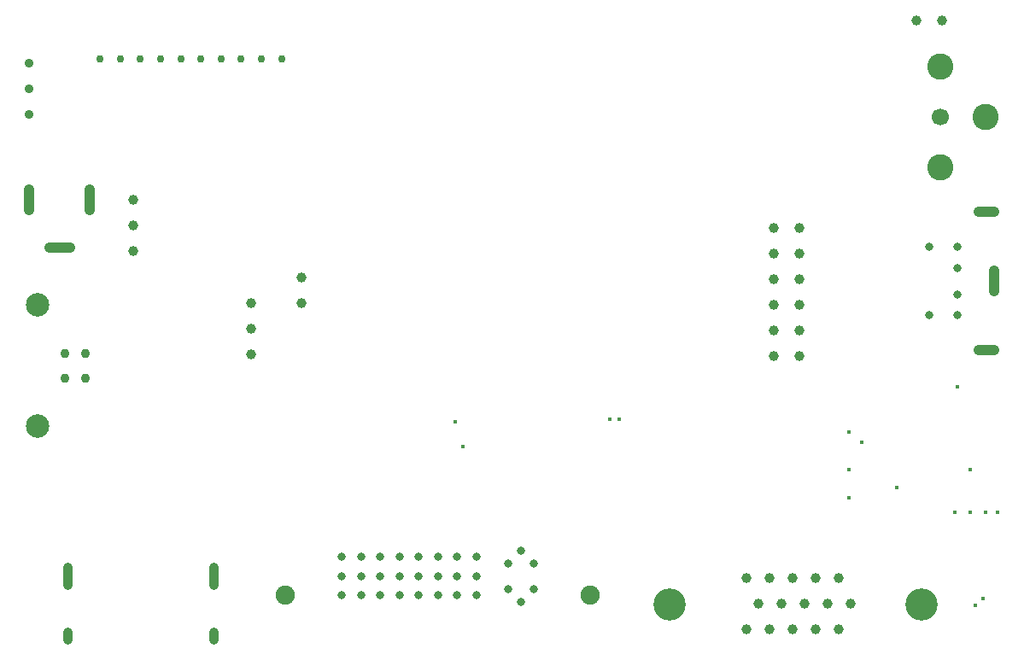
<source format=gbr>
%TF.GenerationSoftware,KiCad,Pcbnew,(5.1.10)-1*%
%TF.CreationDate,2021-11-12T20:22:55+04:00*%
%TF.ProjectId,RTD2662Board,52544432-3636-4324-926f-6172642e6b69,2*%
%TF.SameCoordinates,Original*%
%TF.FileFunction,Plated,1,2,PTH,Mixed*%
%TF.FilePolarity,Positive*%
%FSLAX46Y46*%
G04 Gerber Fmt 4.6, Leading zero omitted, Abs format (unit mm)*
G04 Created by KiCad (PCBNEW (5.1.10)-1) date 2021-11-12 20:22:55*
%MOMM*%
%LPD*%
G01*
G04 APERTURE LIST*
%TA.AperFunction,ViaDrill*%
%ADD10C,0.400000*%
%TD*%
%TA.AperFunction,ComponentDrill*%
%ADD11C,0.750000*%
%TD*%
%TA.AperFunction,ComponentDrill*%
%ADD12C,0.800000*%
%TD*%
%TA.AperFunction,ComponentDrill*%
%ADD13C,0.900000*%
%TD*%
G04 aperture for slot hole*
%TA.AperFunction,ComponentDrill*%
%ADD14C,0.900000*%
%TD*%
%TA.AperFunction,ComponentDrill*%
%ADD15C,0.920000*%
%TD*%
G04 aperture for slot hole*
%TA.AperFunction,ComponentDrill*%
%ADD16C,1.000000*%
%TD*%
%TA.AperFunction,ComponentDrill*%
%ADD17C,1.000000*%
%TD*%
%TA.AperFunction,ComponentDrill*%
%ADD18C,1.700000*%
%TD*%
%TA.AperFunction,ComponentDrill*%
%ADD19C,1.899920*%
%TD*%
%TA.AperFunction,ComponentDrill*%
%ADD20C,2.330000*%
%TD*%
%TA.AperFunction,ComponentDrill*%
%ADD21C,2.600000*%
%TD*%
%TA.AperFunction,ComponentDrill*%
%ADD22C,3.200000*%
%TD*%
G04 APERTURE END LIST*
D10*
X92000000Y-122000000D03*
X92750000Y-124500000D03*
X107250000Y-121750000D03*
X108250000Y-121750000D03*
X131000000Y-123000000D03*
X131000000Y-126750000D03*
X131000000Y-129500000D03*
X132250000Y-124000000D03*
X135750000Y-128500000D03*
X141500000Y-131000000D03*
X141750000Y-118500000D03*
X143000000Y-126750000D03*
X143000000Y-131000000D03*
X143500000Y-140250000D03*
X144250000Y-139500000D03*
X144500000Y-131000000D03*
X145750000Y-131000000D03*
D11*
%TO.C,J13*%
X56750000Y-86000000D03*
X58750000Y-86000000D03*
X60750000Y-86000000D03*
X62750000Y-86000000D03*
X64750000Y-86000000D03*
X66750000Y-86000000D03*
X68750000Y-86000000D03*
X70750000Y-86000000D03*
X72750000Y-86000000D03*
X74750000Y-86000000D03*
D12*
%TO.C,J6*%
X80725000Y-135388000D03*
X80725000Y-137293000D03*
X80725000Y-139198000D03*
X82630000Y-135388000D03*
X82630000Y-137293000D03*
X82630000Y-139198000D03*
X84535000Y-135388000D03*
X84535000Y-137293000D03*
X84535000Y-139198000D03*
X86440000Y-135388000D03*
X86440000Y-137293000D03*
X86440000Y-139198000D03*
X88345000Y-135388000D03*
X88345000Y-137293000D03*
X88345000Y-139198000D03*
X90250000Y-135388000D03*
X90250000Y-137293000D03*
X90250000Y-139198000D03*
X92155000Y-135388000D03*
X92155000Y-137293000D03*
X92155000Y-139198000D03*
X94060000Y-135388000D03*
X94060000Y-137293000D03*
X94060000Y-139198000D03*
X97235000Y-136023000D03*
X97235000Y-138563000D03*
X98505000Y-134753000D03*
X98505000Y-139833000D03*
X99775000Y-136023000D03*
X99775000Y-138563000D03*
%TO.C,J8*%
X138950000Y-104650000D03*
X138950000Y-111450000D03*
X141750000Y-104650000D03*
X141750000Y-106750000D03*
X141750000Y-109350000D03*
X141750000Y-111450000D03*
D13*
%TO.C,U1*%
X49750000Y-86460000D03*
X49750000Y-89000000D03*
X49750000Y-91540000D03*
D14*
%TO.C,J7*%
X53500000Y-138160000D02*
X53500000Y-136360000D01*
X53500000Y-143620000D02*
X53500000Y-142820000D01*
X68000000Y-138160000D02*
X68000000Y-136360000D01*
X68000000Y-143620000D02*
X68000000Y-142820000D01*
D15*
%TO.C,J1*%
X53300000Y-115200000D03*
X53300000Y-117700000D03*
X55300000Y-115200000D03*
X55300000Y-117700000D03*
D16*
%TO.C,J3*%
X49750000Y-101000000D02*
X49750000Y-99000000D01*
X53750000Y-104700000D02*
X51750000Y-104700000D01*
X55750000Y-101000000D02*
X55750000Y-99000000D01*
D17*
%TO.C,JP6*%
X60000000Y-99960000D03*
X60000000Y-102500000D03*
X60000000Y-105040000D03*
%TO.C,J11*%
X71750000Y-110210000D03*
X71750000Y-112750000D03*
X71750000Y-115290000D03*
%TO.C,J15*%
X76750000Y-107710000D03*
X76750000Y-110250000D03*
%TO.C,J9*%
X120840000Y-137500000D03*
X120840000Y-142580000D03*
X121985000Y-140040000D03*
X123130000Y-137500000D03*
X123130000Y-142580000D03*
%TO.C,J12*%
X123500000Y-102750000D03*
X123500000Y-105290000D03*
X123500000Y-107830000D03*
X123500000Y-110370000D03*
X123500000Y-112910000D03*
X123500000Y-115450000D03*
%TO.C,J9*%
X124275000Y-140040000D03*
X125420000Y-137500000D03*
X125420000Y-142580000D03*
%TO.C,J12*%
X126040000Y-102750000D03*
X126040000Y-105290000D03*
X126040000Y-107830000D03*
X126040000Y-110370000D03*
X126040000Y-112910000D03*
X126040000Y-115450000D03*
%TO.C,J9*%
X126565000Y-140040000D03*
X127710000Y-137500000D03*
X127710000Y-142580000D03*
X128855000Y-140040000D03*
X130000000Y-137500000D03*
X130000000Y-142580000D03*
X131145000Y-140040000D03*
%TO.C,J14*%
X137710000Y-82250000D03*
X140250000Y-82250000D03*
D16*
%TO.C,J8*%
X145350000Y-101200000D02*
X143850000Y-101200000D01*
X145350000Y-114900000D02*
X143850000Y-114900000D01*
X145400000Y-107050000D02*
X145400000Y-109050000D01*
D18*
%TO.C,J10*%
X140050000Y-91750000D03*
D19*
%TO.C,J6*%
X75139540Y-139198000D03*
X105360460Y-139198000D03*
D20*
%TO.C,J1*%
X50590000Y-110430000D03*
X50590000Y-122470000D03*
D21*
%TO.C,J10*%
X140050000Y-86750000D03*
X140050000Y-96750000D03*
X144550000Y-91750000D03*
D22*
%TO.C,J9*%
X113185000Y-140110000D03*
X138185000Y-140110000D03*
M02*

</source>
